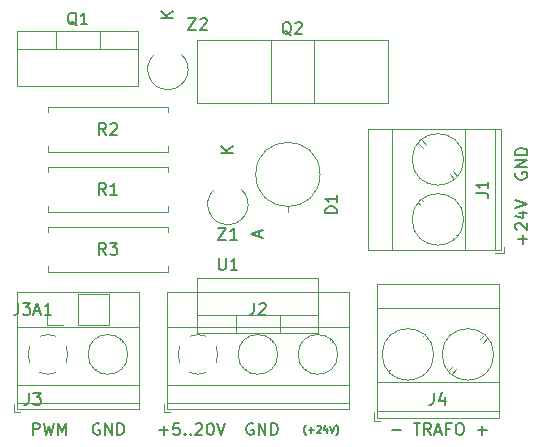
<source format=gbr>
G04 #@! TF.GenerationSoftware,KiCad,Pcbnew,(5.1.2)-1*
G04 #@! TF.CreationDate,2020-03-03T11:12:10+01:00*
G04 #@! TF.ProjectId,Flyback driver Cool-Tip,466c7962-6163-46b2-9064-726976657220,v0.1.3*
G04 #@! TF.SameCoordinates,Original*
G04 #@! TF.FileFunction,Legend,Top*
G04 #@! TF.FilePolarity,Positive*
%FSLAX46Y46*%
G04 Gerber Fmt 4.6, Leading zero omitted, Abs format (unit mm)*
G04 Created by KiCad (PCBNEW (5.1.2)-1) date 2020-03-03 11:12:10*
%MOMM*%
%LPD*%
G04 APERTURE LIST*
%ADD10C,0.150000*%
%ADD11C,0.120000*%
G04 APERTURE END LIST*
D10*
X112285714Y-110571428D02*
X113047619Y-110571428D01*
X112666666Y-110952380D02*
X112666666Y-110190476D01*
X114000000Y-109952380D02*
X113523809Y-109952380D01*
X113476190Y-110428571D01*
X113523809Y-110380952D01*
X113619047Y-110333333D01*
X113857142Y-110333333D01*
X113952380Y-110380952D01*
X114000000Y-110428571D01*
X114047619Y-110523809D01*
X114047619Y-110761904D01*
X114000000Y-110857142D01*
X113952380Y-110904761D01*
X113857142Y-110952380D01*
X113619047Y-110952380D01*
X113523809Y-110904761D01*
X113476190Y-110857142D01*
X114476190Y-110857142D02*
X114523809Y-110904761D01*
X114476190Y-110952380D01*
X114428571Y-110904761D01*
X114476190Y-110857142D01*
X114476190Y-110952380D01*
X114952380Y-110857142D02*
X115000000Y-110904761D01*
X114952380Y-110952380D01*
X114904761Y-110904761D01*
X114952380Y-110857142D01*
X114952380Y-110952380D01*
X115380952Y-110047619D02*
X115428571Y-110000000D01*
X115523809Y-109952380D01*
X115761904Y-109952380D01*
X115857142Y-110000000D01*
X115904761Y-110047619D01*
X115952380Y-110142857D01*
X115952380Y-110238095D01*
X115904761Y-110380952D01*
X115333333Y-110952380D01*
X115952380Y-110952380D01*
X116571428Y-109952380D02*
X116666666Y-109952380D01*
X116761904Y-110000000D01*
X116809523Y-110047619D01*
X116857142Y-110142857D01*
X116904761Y-110333333D01*
X116904761Y-110571428D01*
X116857142Y-110761904D01*
X116809523Y-110857142D01*
X116761904Y-110904761D01*
X116666666Y-110952380D01*
X116571428Y-110952380D01*
X116476190Y-110904761D01*
X116428571Y-110857142D01*
X116380952Y-110761904D01*
X116333333Y-110571428D01*
X116333333Y-110333333D01*
X116380952Y-110142857D01*
X116428571Y-110047619D01*
X116476190Y-110000000D01*
X116571428Y-109952380D01*
X117190476Y-109952380D02*
X117523809Y-110952380D01*
X117857142Y-109952380D01*
X124714285Y-111000000D02*
X124685714Y-110971428D01*
X124628571Y-110885714D01*
X124600000Y-110828571D01*
X124571428Y-110742857D01*
X124542857Y-110600000D01*
X124542857Y-110485714D01*
X124571428Y-110342857D01*
X124600000Y-110257142D01*
X124628571Y-110200000D01*
X124685714Y-110114285D01*
X124714285Y-110085714D01*
X124942857Y-110542857D02*
X125400000Y-110542857D01*
X125171428Y-110771428D02*
X125171428Y-110314285D01*
X125657142Y-110228571D02*
X125685714Y-110200000D01*
X125742857Y-110171428D01*
X125885714Y-110171428D01*
X125942857Y-110200000D01*
X125971428Y-110228571D01*
X126000000Y-110285714D01*
X126000000Y-110342857D01*
X125971428Y-110428571D01*
X125628571Y-110771428D01*
X126000000Y-110771428D01*
X126514285Y-110371428D02*
X126514285Y-110771428D01*
X126371428Y-110142857D02*
X126228571Y-110571428D01*
X126600000Y-110571428D01*
X126742857Y-110171428D02*
X126942857Y-110771428D01*
X127142857Y-110171428D01*
X127285714Y-111000000D02*
X127314285Y-110971428D01*
X127371428Y-110885714D01*
X127400000Y-110828571D01*
X127428571Y-110742857D01*
X127457142Y-110600000D01*
X127457142Y-110485714D01*
X127428571Y-110342857D01*
X127400000Y-110257142D01*
X127371428Y-110200000D01*
X127314285Y-110114285D01*
X127285714Y-110085714D01*
X131976190Y-110571428D02*
X132738095Y-110571428D01*
X133833333Y-109952380D02*
X134404761Y-109952380D01*
X134119047Y-110952380D02*
X134119047Y-109952380D01*
X135309523Y-110952380D02*
X134976190Y-110476190D01*
X134738095Y-110952380D02*
X134738095Y-109952380D01*
X135119047Y-109952380D01*
X135214285Y-110000000D01*
X135261904Y-110047619D01*
X135309523Y-110142857D01*
X135309523Y-110285714D01*
X135261904Y-110380952D01*
X135214285Y-110428571D01*
X135119047Y-110476190D01*
X134738095Y-110476190D01*
X135690476Y-110666666D02*
X136166666Y-110666666D01*
X135595238Y-110952380D02*
X135928571Y-109952380D01*
X136261904Y-110952380D01*
X136928571Y-110428571D02*
X136595238Y-110428571D01*
X136595238Y-110952380D02*
X136595238Y-109952380D01*
X137071428Y-109952380D01*
X137642857Y-109952380D02*
X137833333Y-109952380D01*
X137928571Y-110000000D01*
X138023809Y-110095238D01*
X138071428Y-110285714D01*
X138071428Y-110619047D01*
X138023809Y-110809523D01*
X137928571Y-110904761D01*
X137833333Y-110952380D01*
X137642857Y-110952380D01*
X137547619Y-110904761D01*
X137452380Y-110809523D01*
X137404761Y-110619047D01*
X137404761Y-110285714D01*
X137452380Y-110095238D01*
X137547619Y-110000000D01*
X137642857Y-109952380D01*
X139261904Y-110571428D02*
X140023809Y-110571428D01*
X139642857Y-110952380D02*
X139642857Y-110190476D01*
X143071428Y-94761904D02*
X143071428Y-94000000D01*
X143452380Y-94380952D02*
X142690476Y-94380952D01*
X142547619Y-93571428D02*
X142500000Y-93523809D01*
X142452380Y-93428571D01*
X142452380Y-93190476D01*
X142500000Y-93095238D01*
X142547619Y-93047619D01*
X142642857Y-93000000D01*
X142738095Y-93000000D01*
X142880952Y-93047619D01*
X143452380Y-93619047D01*
X143452380Y-93000000D01*
X142785714Y-92142857D02*
X143452380Y-92142857D01*
X142404761Y-92380952D02*
X143119047Y-92619047D01*
X143119047Y-92000000D01*
X142452380Y-91761904D02*
X143452380Y-91428571D01*
X142452380Y-91095238D01*
X142500000Y-88761904D02*
X142452380Y-88857142D01*
X142452380Y-89000000D01*
X142500000Y-89142857D01*
X142595238Y-89238095D01*
X142690476Y-89285714D01*
X142880952Y-89333333D01*
X143023809Y-89333333D01*
X143214285Y-89285714D01*
X143309523Y-89238095D01*
X143404761Y-89142857D01*
X143452380Y-89000000D01*
X143452380Y-88904761D01*
X143404761Y-88761904D01*
X143357142Y-88714285D01*
X143023809Y-88714285D01*
X143023809Y-88904761D01*
X143452380Y-88285714D02*
X142452380Y-88285714D01*
X143452380Y-87714285D01*
X142452380Y-87714285D01*
X143452380Y-87238095D02*
X142452380Y-87238095D01*
X142452380Y-87000000D01*
X142500000Y-86857142D01*
X142595238Y-86761904D01*
X142690476Y-86714285D01*
X142880952Y-86666666D01*
X143023809Y-86666666D01*
X143214285Y-86714285D01*
X143309523Y-86761904D01*
X143404761Y-86857142D01*
X143452380Y-87000000D01*
X143452380Y-87238095D01*
X120238095Y-110000000D02*
X120142857Y-109952380D01*
X120000000Y-109952380D01*
X119857142Y-110000000D01*
X119761904Y-110095238D01*
X119714285Y-110190476D01*
X119666666Y-110380952D01*
X119666666Y-110523809D01*
X119714285Y-110714285D01*
X119761904Y-110809523D01*
X119857142Y-110904761D01*
X120000000Y-110952380D01*
X120095238Y-110952380D01*
X120238095Y-110904761D01*
X120285714Y-110857142D01*
X120285714Y-110523809D01*
X120095238Y-110523809D01*
X120714285Y-110952380D02*
X120714285Y-109952380D01*
X121285714Y-110952380D01*
X121285714Y-109952380D01*
X121761904Y-110952380D02*
X121761904Y-109952380D01*
X122000000Y-109952380D01*
X122142857Y-110000000D01*
X122238095Y-110095238D01*
X122285714Y-110190476D01*
X122333333Y-110380952D01*
X122333333Y-110523809D01*
X122285714Y-110714285D01*
X122238095Y-110809523D01*
X122142857Y-110904761D01*
X122000000Y-110952380D01*
X121761904Y-110952380D01*
X107238095Y-110000000D02*
X107142857Y-109952380D01*
X107000000Y-109952380D01*
X106857142Y-110000000D01*
X106761904Y-110095238D01*
X106714285Y-110190476D01*
X106666666Y-110380952D01*
X106666666Y-110523809D01*
X106714285Y-110714285D01*
X106761904Y-110809523D01*
X106857142Y-110904761D01*
X107000000Y-110952380D01*
X107095238Y-110952380D01*
X107238095Y-110904761D01*
X107285714Y-110857142D01*
X107285714Y-110523809D01*
X107095238Y-110523809D01*
X107714285Y-110952380D02*
X107714285Y-109952380D01*
X108285714Y-110952380D01*
X108285714Y-109952380D01*
X108761904Y-110952380D02*
X108761904Y-109952380D01*
X109000000Y-109952380D01*
X109142857Y-110000000D01*
X109238095Y-110095238D01*
X109285714Y-110190476D01*
X109333333Y-110380952D01*
X109333333Y-110523809D01*
X109285714Y-110714285D01*
X109238095Y-110809523D01*
X109142857Y-110904761D01*
X109000000Y-110952380D01*
X108761904Y-110952380D01*
X101595238Y-110952380D02*
X101595238Y-109952380D01*
X101976190Y-109952380D01*
X102071428Y-110000000D01*
X102119047Y-110047619D01*
X102166666Y-110142857D01*
X102166666Y-110285714D01*
X102119047Y-110380952D01*
X102071428Y-110428571D01*
X101976190Y-110476190D01*
X101595238Y-110476190D01*
X102500000Y-109952380D02*
X102738095Y-110952380D01*
X102928571Y-110238095D01*
X103119047Y-110952380D01*
X103357142Y-109952380D01*
X103738095Y-110952380D02*
X103738095Y-109952380D01*
X104071428Y-110666666D01*
X104404761Y-109952380D01*
X104404761Y-110952380D01*
D11*
X102810000Y-101660000D02*
X102810000Y-100330000D01*
X104140000Y-101660000D02*
X102810000Y-101660000D01*
X105410000Y-101660000D02*
X105410000Y-99000000D01*
X105410000Y-99000000D02*
X108010000Y-99000000D01*
X105410000Y-101660000D02*
X108010000Y-101660000D01*
X108010000Y-101660000D02*
X108010000Y-99000000D01*
X111862634Y-78758449D02*
G75*
G03X114130000Y-78698847I1167366J-1251551D01*
G01*
X116942634Y-90188449D02*
G75*
G03X119210000Y-90128847I1167366J-1251551D01*
G01*
X113020000Y-97170000D02*
X113020000Y-96690000D01*
X102880000Y-97170000D02*
X113020000Y-97170000D01*
X102880000Y-96690000D02*
X102880000Y-97170000D01*
X113020000Y-93330000D02*
X113020000Y-93810000D01*
X102880000Y-93330000D02*
X113020000Y-93330000D01*
X102880000Y-93810000D02*
X102880000Y-93330000D01*
X113020000Y-92090000D02*
X113020000Y-91610000D01*
X102880000Y-92090000D02*
X113020000Y-92090000D01*
X102880000Y-91610000D02*
X102880000Y-92090000D01*
X113020000Y-88250000D02*
X113020000Y-88730000D01*
X102880000Y-88250000D02*
X113020000Y-88250000D01*
X102880000Y-88730000D02*
X102880000Y-88250000D01*
X100030000Y-109040000D02*
X100530000Y-109040000D01*
X100030000Y-108300000D02*
X100030000Y-109040000D01*
X106723000Y-105163000D02*
X106676000Y-105209000D01*
X109020000Y-102865000D02*
X108985000Y-102901000D01*
X106916000Y-105379000D02*
X106881000Y-105414000D01*
X109225000Y-103071000D02*
X109178000Y-103117000D01*
X110550000Y-98879000D02*
X110550000Y-108800000D01*
X100270000Y-98879000D02*
X100270000Y-108800000D01*
X100270000Y-108800000D02*
X110550000Y-108800000D01*
X100270000Y-98879000D02*
X110550000Y-98879000D01*
X100270000Y-101839000D02*
X110550000Y-101839000D01*
X100270000Y-106740000D02*
X110550000Y-106740000D01*
X100270000Y-108240000D02*
X110550000Y-108240000D01*
X109630000Y-104140000D02*
G75*
G03X109630000Y-104140000I-1680000J0D01*
G01*
X102898805Y-105820253D02*
G75*
G02X102186000Y-105675000I-28805J1680253D01*
G01*
X101334574Y-104823042D02*
G75*
G02X101335000Y-103456000I1535426J683042D01*
G01*
X102186958Y-102604574D02*
G75*
G02X103554000Y-102605000I683042J-1535426D01*
G01*
X104405426Y-103456958D02*
G75*
G02X104405000Y-104824000I-1535426J-683042D01*
G01*
X103553318Y-105674756D02*
G75*
G02X102870000Y-105820000I-683318J1534756D01*
G01*
X123190000Y-91620000D02*
X123190000Y-92080000D01*
X125910000Y-88900000D02*
G75*
G03X125910000Y-88900000I-2720000J0D01*
G01*
X125365000Y-77559000D02*
X125365000Y-82830000D01*
X121756000Y-77559000D02*
X121756000Y-82830000D01*
X131630000Y-77559000D02*
X131630000Y-82830000D01*
X115490000Y-77559000D02*
X115490000Y-82830000D01*
X115490000Y-82830000D02*
X131630000Y-82830000D01*
X115490000Y-77559000D02*
X131630000Y-77559000D01*
X141490000Y-95550000D02*
X141490000Y-95050000D01*
X140750000Y-95550000D02*
X141490000Y-95550000D01*
X136882000Y-88888000D02*
X137278000Y-89283000D01*
X134236000Y-86242000D02*
X134616000Y-86622000D01*
X137164000Y-88637000D02*
X137544000Y-89017000D01*
X134502000Y-85976000D02*
X134898000Y-86371000D01*
X137171000Y-94258000D02*
X137278000Y-94364000D01*
X134236000Y-91322000D02*
X134343000Y-91429000D01*
X137437000Y-93992000D02*
X137544000Y-94098000D01*
X134502000Y-91056000D02*
X134609000Y-91163000D01*
X129930000Y-85030000D02*
X141250000Y-85030000D01*
X129930000Y-95310000D02*
X141250000Y-95310000D01*
X141250000Y-95310000D02*
X141250000Y-85030000D01*
X129930000Y-95310000D02*
X129930000Y-85030000D01*
X131990000Y-95310000D02*
X131990000Y-85030000D01*
X138190000Y-95310000D02*
X138190000Y-85030000D01*
X140690000Y-95310000D02*
X140690000Y-85030000D01*
X138070000Y-87630000D02*
G75*
G03X138070000Y-87630000I-2180000J0D01*
G01*
X138070000Y-92710000D02*
G75*
G03X138070000Y-92710000I-2180000J0D01*
G01*
X130510000Y-109740000D02*
X131010000Y-109740000D01*
X130510000Y-109000000D02*
X130510000Y-109740000D01*
X137172000Y-105132000D02*
X136777000Y-105528000D01*
X139818000Y-102486000D02*
X139438000Y-102866000D01*
X137423000Y-105414000D02*
X137043000Y-105794000D01*
X140084000Y-102752000D02*
X139689000Y-103148000D01*
X131802000Y-105421000D02*
X131696000Y-105528000D01*
X134738000Y-102486000D02*
X134631000Y-102593000D01*
X132068000Y-105687000D02*
X131962000Y-105794000D01*
X135004000Y-102752000D02*
X134897000Y-102859000D01*
X141030000Y-98180000D02*
X141030000Y-109500000D01*
X130750000Y-98180000D02*
X130750000Y-109500000D01*
X130750000Y-109500000D02*
X141030000Y-109500000D01*
X130750000Y-98180000D02*
X141030000Y-98180000D01*
X130750000Y-100240000D02*
X141030000Y-100240000D01*
X130750000Y-106440000D02*
X141030000Y-106440000D01*
X130750000Y-108940000D02*
X141030000Y-108940000D01*
X140610000Y-104140000D02*
G75*
G03X140610000Y-104140000I-2180000J0D01*
G01*
X135530000Y-104140000D02*
G75*
G03X135530000Y-104140000I-2180000J0D01*
G01*
X100290000Y-76740000D02*
X110530000Y-76740000D01*
X100290000Y-81381000D02*
X110530000Y-81381000D01*
X100290000Y-76740000D02*
X100290000Y-81381000D01*
X110530000Y-76740000D02*
X110530000Y-81381000D01*
X100290000Y-78250000D02*
X110530000Y-78250000D01*
X103560000Y-76740000D02*
X103560000Y-78250000D01*
X107261000Y-76740000D02*
X107261000Y-78250000D01*
X113020000Y-86530000D02*
X113020000Y-87010000D01*
X113020000Y-87010000D02*
X102880000Y-87010000D01*
X102880000Y-87010000D02*
X102880000Y-86530000D01*
X113020000Y-83650000D02*
X113020000Y-83170000D01*
X113020000Y-83170000D02*
X102880000Y-83170000D01*
X102880000Y-83170000D02*
X102880000Y-83650000D01*
X116253318Y-105674756D02*
G75*
G02X115570000Y-105820000I-683318J1534756D01*
G01*
X117105426Y-103456958D02*
G75*
G02X117105000Y-104824000I-1535426J-683042D01*
G01*
X114886958Y-102604574D02*
G75*
G02X116254000Y-102605000I683042J-1535426D01*
G01*
X114034574Y-104823042D02*
G75*
G02X114035000Y-103456000I1535426J683042D01*
G01*
X115598805Y-105820253D02*
G75*
G02X114886000Y-105675000I-28805J1680253D01*
G01*
X122330000Y-104140000D02*
G75*
G03X122330000Y-104140000I-1680000J0D01*
G01*
X127410000Y-104140000D02*
G75*
G03X127410000Y-104140000I-1680000J0D01*
G01*
X112970000Y-108240000D02*
X128330000Y-108240000D01*
X112970000Y-106740000D02*
X128330000Y-106740000D01*
X112970000Y-101839000D02*
X128330000Y-101839000D01*
X112970000Y-98879000D02*
X128330000Y-98879000D01*
X112970000Y-108800000D02*
X128330000Y-108800000D01*
X112970000Y-98879000D02*
X112970000Y-108800000D01*
X128330000Y-98879000D02*
X128330000Y-108800000D01*
X121925000Y-103071000D02*
X121878000Y-103117000D01*
X119616000Y-105379000D02*
X119581000Y-105414000D01*
X121720000Y-102865000D02*
X121685000Y-102901000D01*
X119423000Y-105163000D02*
X119376000Y-105209000D01*
X127005000Y-103071000D02*
X126958000Y-103117000D01*
X124696000Y-105379000D02*
X124661000Y-105414000D01*
X126800000Y-102865000D02*
X126765000Y-102901000D01*
X124503000Y-105163000D02*
X124456000Y-105209000D01*
X112730000Y-108300000D02*
X112730000Y-109040000D01*
X112730000Y-109040000D02*
X113230000Y-109040000D01*
X125770000Y-102330000D02*
X115530000Y-102330000D01*
X125770000Y-97689000D02*
X115530000Y-97689000D01*
X125770000Y-102330000D02*
X125770000Y-97689000D01*
X115530000Y-102330000D02*
X115530000Y-97689000D01*
X125770000Y-100820000D02*
X115530000Y-100820000D01*
X122500000Y-102330000D02*
X122500000Y-100820000D01*
X118799000Y-102330000D02*
X118799000Y-100820000D01*
D10*
X100361904Y-99782380D02*
X100361904Y-100496666D01*
X100314285Y-100639523D01*
X100219047Y-100734761D01*
X100076190Y-100782380D01*
X99980952Y-100782380D01*
X100742857Y-99782380D02*
X101361904Y-99782380D01*
X101028571Y-100163333D01*
X101171428Y-100163333D01*
X101266666Y-100210952D01*
X101314285Y-100258571D01*
X101361904Y-100353809D01*
X101361904Y-100591904D01*
X101314285Y-100687142D01*
X101266666Y-100734761D01*
X101171428Y-100782380D01*
X100885714Y-100782380D01*
X100790476Y-100734761D01*
X100742857Y-100687142D01*
X101742857Y-100496666D02*
X102219047Y-100496666D01*
X101647619Y-100782380D02*
X101980952Y-99782380D01*
X102314285Y-100782380D01*
X103171428Y-100782380D02*
X102600000Y-100782380D01*
X102885714Y-100782380D02*
X102885714Y-99782380D01*
X102790476Y-99925238D01*
X102695238Y-100020476D01*
X102600000Y-100068095D01*
X114760476Y-75652380D02*
X115427142Y-75652380D01*
X114760476Y-76652380D01*
X115427142Y-76652380D01*
X115760476Y-75747619D02*
X115808095Y-75700000D01*
X115903333Y-75652380D01*
X116141428Y-75652380D01*
X116236666Y-75700000D01*
X116284285Y-75747619D01*
X116331904Y-75842857D01*
X116331904Y-75938095D01*
X116284285Y-76080952D01*
X115712857Y-76652380D01*
X116331904Y-76652380D01*
X113482380Y-75631904D02*
X112482380Y-75631904D01*
X113482380Y-75060476D02*
X112910952Y-75489047D01*
X112482380Y-75060476D02*
X113053809Y-75631904D01*
X117300476Y-93432380D02*
X117967142Y-93432380D01*
X117300476Y-94432380D01*
X117967142Y-94432380D01*
X118871904Y-94432380D02*
X118300476Y-94432380D01*
X118586190Y-94432380D02*
X118586190Y-93432380D01*
X118490952Y-93575238D01*
X118395714Y-93670476D01*
X118300476Y-93718095D01*
X118562380Y-87061904D02*
X117562380Y-87061904D01*
X118562380Y-86490476D02*
X117990952Y-86919047D01*
X117562380Y-86490476D02*
X118133809Y-87061904D01*
X107783333Y-95702380D02*
X107450000Y-95226190D01*
X107211904Y-95702380D02*
X107211904Y-94702380D01*
X107592857Y-94702380D01*
X107688095Y-94750000D01*
X107735714Y-94797619D01*
X107783333Y-94892857D01*
X107783333Y-95035714D01*
X107735714Y-95130952D01*
X107688095Y-95178571D01*
X107592857Y-95226190D01*
X107211904Y-95226190D01*
X108116666Y-94702380D02*
X108735714Y-94702380D01*
X108402380Y-95083333D01*
X108545238Y-95083333D01*
X108640476Y-95130952D01*
X108688095Y-95178571D01*
X108735714Y-95273809D01*
X108735714Y-95511904D01*
X108688095Y-95607142D01*
X108640476Y-95654761D01*
X108545238Y-95702380D01*
X108259523Y-95702380D01*
X108164285Y-95654761D01*
X108116666Y-95607142D01*
X107783333Y-90622380D02*
X107450000Y-90146190D01*
X107211904Y-90622380D02*
X107211904Y-89622380D01*
X107592857Y-89622380D01*
X107688095Y-89670000D01*
X107735714Y-89717619D01*
X107783333Y-89812857D01*
X107783333Y-89955714D01*
X107735714Y-90050952D01*
X107688095Y-90098571D01*
X107592857Y-90146190D01*
X107211904Y-90146190D01*
X108735714Y-90622380D02*
X108164285Y-90622380D01*
X108450000Y-90622380D02*
X108450000Y-89622380D01*
X108354761Y-89765238D01*
X108259523Y-89860476D01*
X108164285Y-89908095D01*
X101266666Y-107402380D02*
X101266666Y-108116666D01*
X101219047Y-108259523D01*
X101123809Y-108354761D01*
X100980952Y-108402380D01*
X100885714Y-108402380D01*
X101647619Y-107402380D02*
X102266666Y-107402380D01*
X101933333Y-107783333D01*
X102076190Y-107783333D01*
X102171428Y-107830952D01*
X102219047Y-107878571D01*
X102266666Y-107973809D01*
X102266666Y-108211904D01*
X102219047Y-108307142D01*
X102171428Y-108354761D01*
X102076190Y-108402380D01*
X101790476Y-108402380D01*
X101695238Y-108354761D01*
X101647619Y-108307142D01*
X127362380Y-92178095D02*
X126362380Y-92178095D01*
X126362380Y-91940000D01*
X126410000Y-91797142D01*
X126505238Y-91701904D01*
X126600476Y-91654285D01*
X126790952Y-91606666D01*
X126933809Y-91606666D01*
X127124285Y-91654285D01*
X127219523Y-91701904D01*
X127314761Y-91797142D01*
X127362380Y-91940000D01*
X127362380Y-92178095D01*
X127362380Y-90654285D02*
X127362380Y-91225714D01*
X127362380Y-90940000D02*
X126362380Y-90940000D01*
X126505238Y-91035238D01*
X126600476Y-91130476D01*
X126648095Y-91225714D01*
X120756666Y-94218095D02*
X120756666Y-93741904D01*
X121042380Y-94313333D02*
X120042380Y-93980000D01*
X121042380Y-93646666D01*
X123464761Y-77107619D02*
X123369523Y-77060000D01*
X123274285Y-76964761D01*
X123131428Y-76821904D01*
X123036190Y-76774285D01*
X122940952Y-76774285D01*
X122988571Y-77012380D02*
X122893333Y-76964761D01*
X122798095Y-76869523D01*
X122750476Y-76679047D01*
X122750476Y-76345714D01*
X122798095Y-76155238D01*
X122893333Y-76060000D01*
X122988571Y-76012380D01*
X123179047Y-76012380D01*
X123274285Y-76060000D01*
X123369523Y-76155238D01*
X123417142Y-76345714D01*
X123417142Y-76679047D01*
X123369523Y-76869523D01*
X123274285Y-76964761D01*
X123179047Y-77012380D01*
X122988571Y-77012380D01*
X123798095Y-76107619D02*
X123845714Y-76060000D01*
X123940952Y-76012380D01*
X124179047Y-76012380D01*
X124274285Y-76060000D01*
X124321904Y-76107619D01*
X124369523Y-76202857D01*
X124369523Y-76298095D01*
X124321904Y-76440952D01*
X123750476Y-77012380D01*
X124369523Y-77012380D01*
X139152380Y-90503333D02*
X139866666Y-90503333D01*
X140009523Y-90550952D01*
X140104761Y-90646190D01*
X140152380Y-90789047D01*
X140152380Y-90884285D01*
X140152380Y-89503333D02*
X140152380Y-90074761D01*
X140152380Y-89789047D02*
X139152380Y-89789047D01*
X139295238Y-89884285D01*
X139390476Y-89979523D01*
X139438095Y-90074761D01*
X135556666Y-107402380D02*
X135556666Y-108116666D01*
X135509047Y-108259523D01*
X135413809Y-108354761D01*
X135270952Y-108402380D01*
X135175714Y-108402380D01*
X136461428Y-107735714D02*
X136461428Y-108402380D01*
X136223333Y-107354761D02*
X135985238Y-108069047D01*
X136604285Y-108069047D01*
X105314761Y-76287619D02*
X105219523Y-76240000D01*
X105124285Y-76144761D01*
X104981428Y-76001904D01*
X104886190Y-75954285D01*
X104790952Y-75954285D01*
X104838571Y-76192380D02*
X104743333Y-76144761D01*
X104648095Y-76049523D01*
X104600476Y-75859047D01*
X104600476Y-75525714D01*
X104648095Y-75335238D01*
X104743333Y-75240000D01*
X104838571Y-75192380D01*
X105029047Y-75192380D01*
X105124285Y-75240000D01*
X105219523Y-75335238D01*
X105267142Y-75525714D01*
X105267142Y-75859047D01*
X105219523Y-76049523D01*
X105124285Y-76144761D01*
X105029047Y-76192380D01*
X104838571Y-76192380D01*
X106219523Y-76192380D02*
X105648095Y-76192380D01*
X105933809Y-76192380D02*
X105933809Y-75192380D01*
X105838571Y-75335238D01*
X105743333Y-75430476D01*
X105648095Y-75478095D01*
X107783333Y-85542380D02*
X107450000Y-85066190D01*
X107211904Y-85542380D02*
X107211904Y-84542380D01*
X107592857Y-84542380D01*
X107688095Y-84590000D01*
X107735714Y-84637619D01*
X107783333Y-84732857D01*
X107783333Y-84875714D01*
X107735714Y-84970952D01*
X107688095Y-85018571D01*
X107592857Y-85066190D01*
X107211904Y-85066190D01*
X108164285Y-84637619D02*
X108211904Y-84590000D01*
X108307142Y-84542380D01*
X108545238Y-84542380D01*
X108640476Y-84590000D01*
X108688095Y-84637619D01*
X108735714Y-84732857D01*
X108735714Y-84828095D01*
X108688095Y-84970952D01*
X108116666Y-85542380D01*
X108735714Y-85542380D01*
X120316666Y-99782380D02*
X120316666Y-100496666D01*
X120269047Y-100639523D01*
X120173809Y-100734761D01*
X120030952Y-100782380D01*
X119935714Y-100782380D01*
X120745238Y-99877619D02*
X120792857Y-99830000D01*
X120888095Y-99782380D01*
X121126190Y-99782380D01*
X121221428Y-99830000D01*
X121269047Y-99877619D01*
X121316666Y-99972857D01*
X121316666Y-100068095D01*
X121269047Y-100210952D01*
X120697619Y-100782380D01*
X121316666Y-100782380D01*
X117348095Y-95972380D02*
X117348095Y-96781904D01*
X117395714Y-96877142D01*
X117443333Y-96924761D01*
X117538571Y-96972380D01*
X117729047Y-96972380D01*
X117824285Y-96924761D01*
X117871904Y-96877142D01*
X117919523Y-96781904D01*
X117919523Y-95972380D01*
X118919523Y-96972380D02*
X118348095Y-96972380D01*
X118633809Y-96972380D02*
X118633809Y-95972380D01*
X118538571Y-96115238D01*
X118443333Y-96210476D01*
X118348095Y-96258095D01*
M02*

</source>
